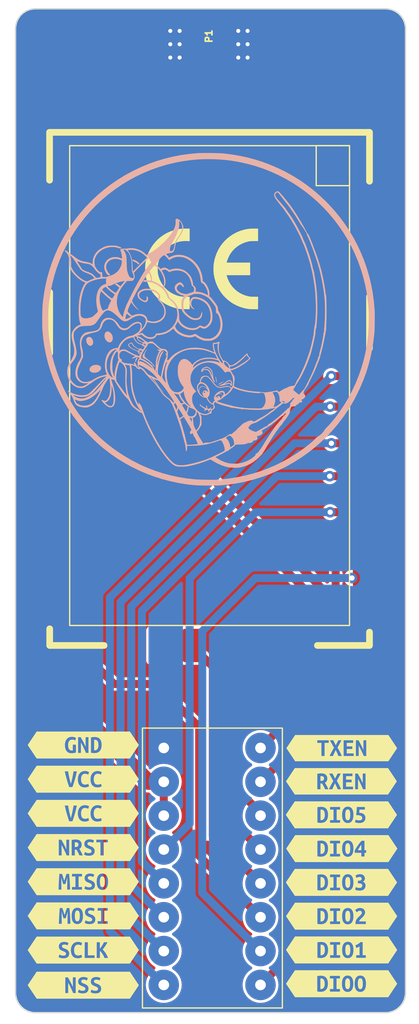
<source format=kicad_pcb>
(kicad_pcb (version 20221018) (generator pcbnew)
  (layers (0 "F.Cu" signal) (31 "B.Cu" signal) (34 "B.Paste" user) (35 "F.Paste" user) (36 "B.SilkS" user "B.Silkscreen") (37 "F.SilkS" user "F.Silkscreen") (38 "B.Mask" user) (39 "F.Mask" user) (44 "Edge.Cuts" user))
  (net 0 "")
  (net 1 "Net-(P1A-RF)")
  (net 2 "Net-(U1-Pad2)")
  (net 3 "NRST")
  (net 4 "SCLK")
  (net 5 "MISO")
  (net 6 "00")
  (net 7 "01")
  (net 8 "02")
  (net 9 "03")
  (net 10 "04")
  (net 11 "05")
  (net 12 "RXEN")
  (net 13 "TXEN")
  (net 15 "MOSI")
  (net 16 "NSS")
  (net 17 "GND")
  (footprint "kibuzzard-645AF6A3" (layer "F.Cu") (at 133.62 112.77)
    (fp_text reference "kibuzzard-645AF6A3" hide)
    (fp_text value "G***" hide)
  )
  (footprint "kibuzzard-645AF6CA" (layer "F.Cu") (at 133.62 120.462855)
    (fp_text reference "kibuzzard-645AF6CA" hide)
    (fp_text value "G***" hide)
  )
  (footprint "kibuzzard-645AF847" (layer "F.Cu") (at 133.62 130.79)
    (fp_text reference "kibuzzard-645AF847" hide)
    (fp_text value "G***" hide)
  )
  (footprint "kibuzzard-645AF6E5" (layer "F.Cu") (at 133.62 128.155714)
    (fp_text reference "kibuzzard-645AF6E5" hide)
    (fp_text value "G***" hide)
  )
  (footprint "kibuzzard-645AF72C" (layer "F.Cu") (at 153.019048 113.003611)
    (fp_text reference "kibuzzard-645AF72C" hide)
    (fp_text value "G***" hide)
  )
  (footprint "LEON:E32-400M30S" (layer "F.Cu") (at 142.6 85.3 90)
    (fp_text reference "U2" hide)
    (fp_text value "E32-400M30S" hide)
    (pad "1" smd roundrect (at 13.04 -11.5 180) (size 2.5 1.5) (property pad_prop_bga) (layers "F.Cu" "F.Mask") (roundrect_rratio 0.1) (net 17 "GND"))
    (pad "2" smd roundrect (at 10.5 -11.5 180) (size 2.5 1.5) (property pad_prop_bga) (layers "F.Cu" "F.Mask") (roundrect_rratio 0.1) (net 17 "GND"))
    (pad "3" smd roundrect (at 7.96 -11.5 180) (size 2.5 1.5) (property pad_prop_bga) (layers "F.Cu" "F.Mask") (roundrect_rratio 0.1) (net 17 "GND"))
    (pad "4" smd roundrect (at 0.39 -11.5 180) (size 2.5 1.5) (property pad_prop_bga) (layers "F.Cu" "F.Mask") (roundrect_rratio 0.1) (net 17 "GND"))
    (pad "5" smd roundrect (at -2.15 -11.5 180) (size 2.5 1.5) (property pad_prop_bga) (layers "F.Cu" "F.Mask") (roundrect_rratio 0.1) (net 17 "GND"))
    (pad "6" smd roundrect (at -4.69 -11.5 180) (size 2.5 1.5) (property pad_prop_bga) (layers "F.Cu" "F.Mask") (roundrect_rratio 0.1) (net 12 "RXEN"))
    (pad "7" smd roundrect (at -7.23 -11.5 180) (size 2.5 1.5) (property pad_prop_bga) (layers "F.Cu" "F.Mask") (roundrect_rratio 0.1) (net 13 "TXEN"))
    (pad "8" smd roundrect (at -9.77 -11.5 180) (size 2.5 1.5) (property pad_prop_bga) (layers "F.Cu" "F.Mask") (roundrect_rratio 0.1) (net 8 "02"))
    (pad "9" smd roundrect (at -12.31 -11.5 180) (size 2.5 1.5) (property pad_prop_bga) (layers "F.Cu" "F.Mask") (roundrect_rratio 0.1) (net 2 "Net-(U1-Pad2)"))
    (pad "10" smd roundrect (at -14.85 -11.5 180) (size 2.5 1.5) (property pad_prop_bga) (layers "F.Cu" "F.Mask") (roundrect_rratio 0.1) (net 2 "Net-(U1-Pad2)"))
    (pad "11" smd roundrect (at -17.39 -11.5 180) (size 2.5 1.5) (property pad_prop_bga) (layers "F.Cu" "F.Mask") (roundrect_rratio 0.1) (net 17 "GND"))
    (pad "12" smd roundrect (at -20 -5.85 270) (size 2.5 1.5) (property pad_prop_bga) (layers "F.Cu" "F.Mask") (roundrect_rratio 0.1) (net 17 "GND"))
    (pad "13" smd roundrect (at -20 -3.31 270) (size 2.5 1.5) (property pad_prop_bga) (layers "F.Cu" "F.Mask") (roundrect_rratio 0.1))
    (pad "14" smd roundrect (at -20 -0.77 270) (size 2.5 1.5) (property pad_prop_bga) (layers "F.Cu" "F.Mask") (roundrect_rratio 0.1) (net 9 "03"))
    (pad "15" smd roundrect (at -20 1.77 270) (size 2.5 1.5) (property pad_prop_bga) (layers "F.Cu" "F.Mask") (roundrect_rratio 0.1) (net 10 "04"))
    (pad "16" smd roundrect (at -20 4.31 270) (size 2.5 1.5) (property pad_prop_bga) (layers "F.Cu" "F.Mask") (roundrect_rratio 0.1) (net 11 "05"))
    (pad "17" smd roundrect (at -20 6.85 270) (size 2.5 1.5) (property pad_prop_bga) (layers "F.Cu" "F.Mask") (roundrect_rratio 0.1) (net 17 "GND"))
    (pad "18" smd roundrect (at -17.39 12.5 180) (size 2.5 1.5) (property pad_prop_bga) (layers "F.Cu" "F.Mask") (roundrect_rratio 0.1) (net 17 "GND"))
    (pad "19" smd roundrect (at -14.85 12.5 180) (size 2.5 1.5) (property pad_prop_bga) (layers "F.Cu" "F.Mask") (roundrect_rratio 0.1) (net 7 "01"))
    (pad "20" smd roundrect (at -12.31 12.5 180) (size 2.5 1.5) (property pad_prop_bga) (layers "F.Cu" "F.Mask") (roundrect_rratio 0.1) (net 6 "00"))
    (pad "21" smd roundrect (at -9.77 12.5 180) (size 2.5 1.5) (property pad_prop_bga) (layers "F.Cu" "F.Mask") (roundrect_rratio 0.1) (net 3 "NRST"))
    (pad "22" smd roundrect (at -7.23 12.5 180) (size 2.5 1.5) (property pad_prop_bga) (layers "F.Cu" "F.Mask") (roundrect_rratio 0.1) (net 5 "MISO"))
    (pad "23" smd roundrect (at -4.69 12.5 180) (size 2.5 1.5) (property pad_prop_bga) (layers "F.Cu" "F.Mask") (roundrect_rratio 0.1) (net 15 "MOSI"))
    (pad "24" smd roundrect (at -2.15 12.5 180) (size 2.5 1.5) (property pad_prop_bga) (layers "F.Cu" "F.Mask") (roundrect_rratio 0.1) (net 4 "SCLK"))
    (pad "25" smd roundrect (at 0.39 12.5 180) (size 2.5 1.5) (property pad_prop_bga) (layers "F.Cu" "F.Mask") (roundrect_rratio 0.1) (net 16 "NSS"))
    (pad "26" smd roundrect (at 7.96 12.5 180) (size 2.5 1.5) (property pad_prop_bga) (layers "F.Cu" "F.Mask") (roundrect_rratio 0.1) (net 17 "GND"))
    (pad "27" smd roundrect (at 10.5 12.5 180) (size 2.5 1.5) (property pad_prop_bga) (layers "F.Cu" "F.Mask") (roundrect_rratio 0.1) (net 1 "Net-(P1A-RF)"))
    (pad "28" smd roundrect (at 13.04 12.5 180) (size 2.5 1.5) (property pad_prop_bga) (layers "F.Cu" "F.Mask") (roundrect_rratio 0.1) (net 17 "GND"))
  )
  (footprint "kibuzzard-645AF6AB" (layer "F.Cu") (at 133.62 115.334285)
    (fp_text reference "kibuzzard-645AF6AB" hide)
    (fp_text value "G***" hide)
  )
  (footprint "kibuzzard-645AF732" (layer "F.Cu") (at 152.993648 115.493159)
    (fp_text reference "kibuzzard-645AF732" hide)
    (fp_text value "G***" hide)
  )
  (footprint "gsg-modules:SMA-EDGE" (layer "F.Cu") (at 143.05 57.59 -90)
    (fp_text reference "P1" (at 1.99898 0 90) (layer "F.SilkS") (effects (font (size 0.50038 0.50038) (thickness 0.12446))))
    (fp_text value "SMA-KIT-1.5MF" hide)
    (pad "1" smd rect (at 2.032 0 270) (size 4.064 1.524) (layers "F.Cu" "F.Mask") (net 1 "Net-(P1A-RF)"))
    (pad "2" thru_hole circle (at 1.6 -2.9 270) (size 0.762 0.762) (drill 0.3048) (layers "*.Cu" "*.Mask") (net 17 "GND"))
    (pad "2" thru_hole circle (at 1.6 -2.2 270) (size 0.762 0.762) (drill 0.3048) (layers "*.Cu" "*.Mask") (net 17 "GND"))
    (pad "2" thru_hole circle (at 1.6 2.2 270) (size 0.762 0.762) (drill 0.3048) (layers "*.Cu" "*.Mask") (net 17 "GND"))
    (pad "2" thru_hole circle (at 1.6 2.9 270) (size 0.762 0.762) (drill 0.3048) (layers "*.Cu" "*.Mask") (net 17 "GND"))
    (pad "2" smd rect (at 2.032 -2.54 270) (size 4.064 1.524) (layers "F.Cu" "F.Mask") (net 17 "GND"))
    (pad "2" smd rect (at 2.032 -2.54 270) (size 4.064 1.524) (layers "B.Cu" "B.Mask") (net 17 "GND"))
    (pad "2" smd rect (at 2.032 2.54 270) (size 4.064 1.524) (layers "F.Cu" "F.Mask") (net 17 "GND"))
    (pad "2" smd rect (at 2.032 2.54 270) (size 4.064 1.524) (layers "B.Cu" "B.Mask") (net 17 "GND"))
    (pad "2" thru_hole circle (at 2.6 -2.9 270) (size 0.762 0.762) (drill 0.3048) (layers "*.Cu" "*.Mask") (net 17 "GND"))
    (pad "2" thru_hole circle (at 2.6 -2.2 270) (size 0.762 0.762) (drill 0.3048) (layers "*.Cu" "*.Mask") (net 17 "GND"))
    (pad "2" thru_hole circle (at 2.6 2.2 270) (size 0.762 0.762) (drill 0.3048) (layers "*.Cu" "*.Mask") (net 17 "GND"))
    (pad "2" thru_hole circle (at 2.6 2.9 270) (size 0.762 0.762) (drill 0.3048) (layers "*.Cu" "*.Mask") (net 17 "GND"))
    (pad "2" thru_hole circle (at 3.6 -2.9 270) (size 0.762 0.762) (drill 0.3048) (layers "*.Cu" "*.Mask") (net 17 "GND"))
    (pad "2" thru_hole circle (at 3.6 -2.2 270) (size 0.762 0.762) (drill 0.3048) (layers "*.Cu" "*.Mask") (net 17 "GND"))
    (pad "2" thru_hole circle (at 3.6 2.2 270) (size 0.762 0.762) (drill 0.3048) (layers "*.Cu" "*.Mask") (net 17 "GND"))
    (pad "2" thru_hole circle (at 3.6 2.9 270) (size 0.762 0.762) (drill 0.3048) (layers "*.Cu" "*.Mask") (net 17 "GND"))
  )
  (footprint "kibuzzard-645AF6DE" (layer "F.Cu") (at 133.62 125.591425)
    (fp_text reference "kibuzzard-645AF6DE" hide)
    (fp_text value "G***" hide)
  )
  (footprint "kibuzzard-645AF73E" (layer "F.Cu") (at 153.02 120.542739)
    (fp_text reference "kibuzzard-645AF73E" hide)
    (fp_text value "G***" hide)
  )
  (footprint "kibuzzard-645AF835" (layer "F.Cu") (at 153.007618 130.68)
    (fp_text reference "kibuzzard-645AF835" hide)
    (fp_text value "G***" hide)
  )
  (footprint "Symbol:CE-Logo_8.5x6mm_SilkScreen" (layer "F.Cu") (at 142.5 77.04)
    (fp_text reference "REF**" hide)
    (fp_text value "CE-Logo_8.5x6mm_SilkScreen" hide)
  )
  (footprint "kibuzzard-645AF745" (layer "F.Cu") (at 152.99714 123.077054)
    (fp_text reference "kibuzzard-645AF745" hide)
    (fp_text value "G***" hide)
  )
  (footprint "kibuzzard-645AF6BF" (layer "F.Cu") (at 133.62 117.89857)
    (fp_text reference "kibuzzard-645AF6BF" hide)
    (fp_text value "G***" hide)
  )
  (footprint "kibuzzard-645AF6D8" (layer "F.Cu") (at 133.62 123.02714)
    (fp_text reference "kibuzzard-645AF6D8" hide)
    (fp_text value "G***" hide)
  )
  (footprint "LEON:82" (layer "F.Cu") (at 143.66 122.93)
    (fp_text reference "U1" hide)
    (fp_text value "~" hide)
    (pad "1" thru_hole circle (at -4 -9.94) (size 2.286 2.286) (drill 0.8) (layers "*.Cu" "*.Mask") (net 17 "GND"))
    (pad "2" thru_hole circle (at -4 -7.4) (size 2.286 2.286) (drill 0.8) (layers "*.Cu" "*.Mask") (net 2 "Net-(U1-Pad2)"))
    (pad "3" thru_hole circle (at -4 -4.86) (size 2.286 2.286) (drill 0.8) (layers "*.Cu" "*.Mask") (net 2 "Net-(U1-Pad2)"))
    (pad "4" thru_hole circle (at -4 -2.32) (size 2.286 2.286) (drill 0.8) (layers "*.Cu" "*.Mask") (net 3 "NRST"))
    (pad "5" thru_hole circle (at -4 0.22) (size 2.286 2.286) (drill 0.8) (layers "*.Cu" "*.Mask") (net 5 "MISO"))
    (pad "6" thru_hole circle (at -4 2.76) (size 2.286 2.286) (drill 0.8) (layers "*.Cu" "*.Mask") (net 15 "MOSI"))
    (pad "7" thru_hole circle (at -4 5.3) (size 2.286 2.286) (drill 0.8) (layers "*.Cu" "*.Mask") (net 4 "SCLK"))
    (pad "8" thru_hole circle (at -4 7.84) (size 2.286 2.286) (drill 0.8) (layers "*.Cu" "*.Mask") (net 16 "NSS"))
    (pad "9" thru_hole circle (at 3.26 7.84) (size 2.286 2.286) (drill 0.8) (layers "*.Cu" "*.Mask") (net 6 "00"))
    (pad "10" thru_hole circle (at 3.26 5.3) (size 2.286 2.286) (drill 0.8) (layers "*.Cu" "*.Mask") (net 7 "01"))
    (pad "11" thru_hole circle (at 3.26 2.76) (size 2.286 2.286) (drill 0.8) (layers "*.Cu" "*.Mask") (net 8 "02"))
    (pad "12" thru_hole circle (at 3.26 0.22) (size 2.286 2.286) (drill 0.8) (layers "*.Cu" "*.Mask") (net 9 "03"))
    (pad "13" thru_hole circle (at 3.26 -2.32) (size 2.286 2.286) (drill 0.8) (layers "*.Cu" "*.Mask") (net 10 "04"))
    (pad "14" thru_hole circle (at 3.26 -4.86) (size 2.286 2.286) (drill 0.8) (layers "*.Cu" "*.Mask") (net 11 "05"))
    (pad "15" thru_hole circle (at 3.26 -7.4) (size 2.286 2.286) (drill 0.8) (layers "*.Cu" "*.Mask") (net 12 "RXEN"))
    (pad "16" thru_hole circle (at 3.26 -9.94) (size 2.286 2.286) (drill 0.8) (layers "*.Cu" "*.Mask") (net 13 "TXEN"))
  )
  (footprint "kibuzzard-645AF74B" (layer "F.Cu") (at 153.007618 125.611369)
    (fp_text reference "kibuzzard-645AF74B" hide)
    (fp_text value "G***" hide)
  )
  (footprint "kibuzzard-645AF738" (layer "F.Cu") (at 152.99333 118.008424)
    (fp_text reference "kibuzzard-645AF738" hide)
    (fp_text value "G***" hide)
  )
  (footprint "kibuzzard-645AF751" (layer "F.Cu") (at 153.007618 128.145684)
    (fp_text reference "kibuzzard-645AF751" hide)
    (fp_text value "G***" hide)
  )
  (footprint "Symbol:OSHW-Logo2_7.3x6mm_Copper" (layer "F.Cu") (at 143.11 86.69)
    (fp_text reference "REF**" hide)
    (fp_text value "OSHW-Logo2_7.3x6mm_Copper" hide)
    (fp_poly (pts (xy 2.6526 1.958752) (xy 2.669948 1.966334) (xy 2.711356 1.999128) (xy 2.746765 2.046547) (xy 2.768664 2.097151) (xy 2.772229 2.122098) (xy 2.760279 2.156927) (xy 2.734067 2.175357) (xy 2.705964 2.186516) (xy 2.693095 2.188572) (xy 2.686829 2.173649) (xy 2.674456 2.141175) (xy 2.669028 2.126502) (xy 2.63859 2.075744) (xy 2.59452 2.050427) (xy 2.53801 2.051206) (xy 2.533825 2.052203) (xy 2.503655 2.066507) (xy 2.481476 2.094393) (xy 2.466327 2.139287) (xy 2.45725 2.204615) (xy 2.453286 2.293804) (xy 2.452914 2.341261) (xy 2.45273 2.416071) (xy 2.451522 2.467069) (xy 2.448309 2.499471) (xy 2.442109 2.518495) (xy 2.43194 2.529356) (xy 2.416819 2.537272) (xy 2.415946 2.53767) (xy 2.386828 2.549981) (xy 2.372403 2.554514) (xy 2.370186 2.540809) (xy 2.368289 2.502925) (xy 2.366847 2.445715) (xy 2.365998 2.374027) (xy 2.365829 2.321565) (xy 2.366692 2.220047) (xy 2.37007 2.143032) (xy 2.377142 2.086023) (xy 2.389088 2.044526) (xy 2.40709 2.014043) (xy 2.432327 1.99008) (xy 2.457247 1.973355) (xy 2.517171 1.951097) (xy 2.586911 1.946076) (xy 2.6526 1.958752)) (stroke (width 0.01)) (fill solid) (layer "F.Cu"))
    (fp_poly (pts (xy -1.283907 1.92778) (xy -1.237328 1.954723) (xy -1.204943 1.981466) (xy -1.181258 2.009484) (xy -1.164941 2.043748) (xy -1.154661 2.089227) (xy -1.149086 2.150892) (xy -1.146884 2.233711) (xy -1.146629 2.293246) (xy -1.146629 2.512391) (xy -1.208314 2.540044) (xy -1.27 2.567697) (xy -1.277257 2.32767) (xy -1.280256 2.238028) (xy -1.283402 2.172962) (xy -1.287299 2.128026) (xy -1.292553 2.09877) (xy -1.299769 2.080748) (xy -1.30955 2.069511) (xy -1.312688 2.067079) (xy -1.360239 2.048083) (xy -1.408303 2.0556) (xy -1.436914 2.075543) (xy -1.448553 2.089675) (xy -1.456609 2.10822) (xy -1.461729 2.136334) (xy -1.464559 2.179173) (xy -1.465744 2.241895) (xy -1.465943 2.307261) (xy -1.465982 2.389268) (xy -1.467386 2.447316) (xy -1.472086 2.486465) (xy -1.482013 2.51178) (xy -1.499097 2.528323) (xy -1.525268 2.541156) (xy -1.560225 2.554491) (xy -1.598404 2.569007) (xy -1.593859 2.311389) (xy -1.592029 2.218519) (xy -1.589888 2.149889) (xy -1.586819 2.100711) (xy -1.582206 2.066198) (xy -1.575432 2.041562) (xy -1.565881 2.022016) (xy -1.554366 2.00477) (xy -1.49881 1.94968) (xy -1.43102 1.917822) (xy -1.357287 1.910191) (xy -1.283907 1.92778)) (stroke (width 0.01)) (fill solid) (layer "F.Cu"))
    (fp_poly (pts (xy 0.529926 1.949755) (xy 0.595858 1.974084) (xy 0.649273 2.017117) (xy 0.670164 2.047409) (xy 0.692939 2.102994) (xy 0.692466 2.143186) (xy 0.668562 2.170217) (xy 0.659717 2.174813) (xy 0.62153 2.189144) (xy 0.602028 2.185472) (xy 0.595422 2.161407) (xy 0.595086 2.148114) (xy 0.582992 2.09921) (xy 0.551471 2.064999) (xy 0.507659 2.048476) (xy 0.458695 2.052634) (xy 0.418894 2.074227) (xy 0.40545 2.086544) (xy 0.395921 2.101487) (xy 0.389485 2.124075) (xy 0.385317 2.159328) (xy 0.382597 2.212266) (xy 0.380502 2.287907) (xy 0.37996 2.311857) (xy 0.377981 2.39379) (xy 0.375731 2.451455) (xy 0.372357 2.489608) (xy 0.367006 2.513004) (xy 0.358824 2.526398) (xy 0.346959 2.534545) (xy 0.339362 2.538144) (xy 0.307102 2.550452) (xy 0.288111 2.554514) (xy 0.281836 2.540948) (xy 0.278006 2.499934) (xy 0.2766 2.430999) (xy 0.277598 2.333669) (xy 0.277908 2.318657) (xy 0.280101 2.229859) (xy 0.282693 2.165019) (xy 0.286382 2.119067) (xy 0.291864 2.086935) (xy 0.299835 2.063553) (xy 0.310993 2.043852) (xy 0.31683 2.03541) (xy 0.350296 1.998057) (xy 0.387727 1.969003) (xy 0.392309 1.966467) (xy 0.459426 1.946443) (xy 0.529926 1.949755)) (stroke (width 0.01)) (fill solid) (layer "F.Cu"))
    (fp_poly (pts (xy -0.624114 1.851289) (xy -0.619861 1.910613) (xy -0.614975 1.945572) (xy -0.608205 1.96082) (xy -0.598298 1.961015) (xy -0.595086 1.959195) (xy -0.552356 1.946015) (xy -0.496773 1.946785) (xy -0.440263 1.960333) (xy -0.404918 1.977861) (xy -0.368679 2.005861) (xy -0.342187 2.037549) (xy -0.324001 2.077813) (xy -0.312678 2.131543) (xy -0.306778 2.203626) (xy -0.304857 2.298951) (xy -0.304823 2.317237) (xy -0.3048 2.522646) (xy -0.350509 2.53858) (xy -0.382973 2.54942) (xy -0.400785 2.554468) (xy -0.401309 2.554514) (xy -0.403063 2.540828) (xy -0.404556 2.503076) (xy -0.405674 2.446224) (xy -0.406303 2.375234) (xy -0.4064 2.332073) (xy -0.406602 2.246973) (xy -0.407642 2.185981) (xy -0.410169 2.144177) (xy -0.414836 2.116642) (xy -0.422293 2.098456) (xy -0.433189 2.084698) (xy -0.439993 2.078073) (xy -0.486728 2.051375) (xy -0.537728 2.049375) (xy -0.583999 2.071955) (xy -0.592556 2.080107) (xy -0.605107 2.095436) (xy -0.613812 2.113618) (xy -0.619369 2.139909) (xy -0.622474 2.179562) (xy -0.623824 2.237832) (xy -0.624114 2.318173) (xy -0.624114 2.522646) (xy -0.669823 2.53858) (xy -0.702287 2.54942) (xy -0.720099 2.554468) (xy -0.720623 2.554514) (xy -0.721963 2.540623) (xy -0.723172 2.501439) (xy -0.724199 2.4407) (xy -0.724998 2.362141) (xy -0.725519 2.269498) (xy -0.725714 2.166509) (xy -0.725714 1.769342) (xy -0.678543 1.749444) (xy -0.631371 1.729547) (xy -0.624114 1.851289)) (stroke (width 0.01)) (fill solid) (layer "F.Cu"))
    (fp_poly (pts (xy 1.779833 1.958663) (xy 1.782048 1.99685) (xy 1.783784 2.054886) (xy 1.784899 2.12818) (xy 1.785257 2.205055) (xy 1.785257 2.465196) (xy 1.739326 2.511127) (xy 1.707675 2.539429) (xy 1.67989 2.550893) (xy 1.641915 2.550168) (xy 1.62684 2.548321) (xy 1.579726 2.542948) (xy 1.540756 2.539869) (xy 1.531257 2.539585) (xy 1.499233 2.541445) (xy 1.453432 2.546114) (xy 1.435674 2.548321) (xy 1.392057 2.551735) (xy 1.362745 2.54432) (xy 1.33368 2.521427) (xy 1.323188 2.511127) (xy 1.277257 2.465196) (xy 1.277257 1.978602) (xy 1.314226 1.961758) (xy 1.346059 1.949282) (xy 1.364683 1.944914) (xy 1.369458 1.958718) (xy 1.373921 1.997286) (xy 1.377775 2.056356) (xy 1.380722 2.131663) (xy 1.382143 2.195286) (xy 1.386114 2.445657) (xy 1.420759 2.450556) (xy 1.452268 2.447131) (xy 1.467708 2.436041) (xy 1.472023 2.415308) (xy 1.475708 2.371145) (xy 1.478469 2.309146) (xy 1.480012 2.234909) (xy 1.480235 2.196706) (xy 1.480457 1.976783) (xy 1.526166 1.960849) (xy 1.558518 1.950015) (xy 1.576115 1.944962) (xy 1.576623 1.944914) (xy 1.578388 1.958648) (xy 1.580329 1.99673) (xy 1.582282 2.054482) (xy 1.584084 2.127227) (xy 1.585343 2.195286) (xy 1.589314 2.445657) (xy 1.6764 2.445657) (xy 1.680396 2.21724) (xy 1.684392 1.988822) (xy 1.726847 1.966868) (xy 1.758192 1.951793) (xy 1.776744 1.944951) (xy 1.777279 1.944914) (xy 1.779833 1.958663)) (stroke (width 0.01)) (fill solid) (layer "F.Cu"))
    (fp_poly (pts (xy -2.958885 1.921962) (xy -2.890855 1.957733) (xy -2.840649 2.015301) (xy -2.822815 2.052312) (xy -2.808937 2.107882) (xy -2.801833 2.178096) (xy -2.80116 2.254727) (xy -2.806573 2.329552) (xy -2.81773 2.394342) (xy -2.834286 2.440873) (xy -2.839374 2.448887) (xy -2.899645 2.508707) (xy -2.971231 2.544535) (xy -3.048908 2.55502) (xy -3.127452 2.53881) (xy -3.149311 2.529092) (xy -3.191878 2.499143) (xy -3.229237 2.459433) (xy -3.232768 2.454397) (xy -3.247119 2.430124) (xy -3.256606 2.404178) (xy -3.26221 2.370022) (xy -3.264914 2.321119) (xy -3.265701 2.250935) (xy -3.265714 2.2352) (xy -3.265678 2.230192) (xy -3.120571 2.230192) (xy -3.119727 2.29643) (xy -3.116404 2.340386) (xy -3.109417 2.368779) (xy -3.097584 2.388325) (xy -3.091543 2.394857) (xy -3.056814 2.41968) (xy -3.023097 2.418548) (xy -2.989005 2.397016) (xy -2.968671 2.374029) (xy -2.956629 2.340478) (xy -2.949866 2.287569) (xy -2.949402 2.281399) (xy -2.948248 2.185513) (xy -2.960312 2.114299) (xy -2.98543 2.068194) (xy -3.02344 2.047635) (xy -3.037008 2.046514) (xy -3.072636 2.052152) (xy -3.097006 2.071686) (xy -3.111907 2.109042) (xy -3.119125 2.16815) (xy -3.120571 2.230192) (xy -3.265678 2.230192) (xy -3.265174 2.160413) (xy -3.262904 2.108159) (xy -3.257932 2.071949) (xy -3.249287 2.045299) (xy -3.235995 2.021722) (xy -3.233057 2.017338) (xy -3.183687 1.958249) (xy -3.129891 1.923947) (xy -3.064398 1.910331) (xy -3.042158 1.909665) (xy -2.958885 1.921962)) (stroke (width 0.01)) (fill solid) (layer "F.Cu"))
    (fp_poly (pts (xy 3.153595 1.966966) (xy 3.211021 2.004497) (xy 3.238719 2.038096) (xy 3.260662 2.099064) (xy 3.262405 2.147308) (xy 3.258457 2.211816) (xy 3.109686 2.276934) (xy 3.037349 2.310202) (xy 2.990084 2.336964) (xy 2.965507 2.360144) (xy 2.961237 2.382667) (xy 2.974889 2.407455) (xy 2.989943 2.423886) (xy 3.033746 2.450235) (xy 3.081389 2.452081) (xy 3.125145 2.431546) (xy 3.157289 2.390752) (xy 3.163038 2.376347) (xy 3.190576 2.331356) (xy 3.222258 2.312182) (xy 3.265714 2.295779) (xy 3.265714 2.357966) (xy 3.261872 2.400283) (xy 3.246823 2.435969) (xy 3.21528 2.476943) (xy 3.210592 2.482267) (xy 3.175506 2.51872) (xy 3.145347 2.538283) (xy 3.107615 2.547283) (xy 3.076335 2.55023) (xy 3.020385 2.550965) (xy 2.980555 2.54166) (xy 2.955708 2.527846) (xy 2.916656 2.497467) (xy 2.889625 2.464613) (xy 2.872517 2.423294) (xy 2.863238 2.367521) (xy 2.859693 2.291305) (xy 2.85941 2.252622) (xy 2.860372 2.206247) (xy 2.948007 2.206247) (xy 2.949023 2.231126) (xy 2.951556 2.2352) (xy 2.968274 2.229665) (xy 3.004249 2.215017) (xy 3.052331 2.19419) (xy 3.062386 2.189714) (xy 3.123152 2.158814) (xy 3.156632 2.131657) (xy 3.16399 2.10622) (xy 3.146391 2.080481) (xy 3.131856 2.069109) (xy 3.07941 2.046364) (xy 3.030322 2.050122) (xy 2.989227 2.077884) (xy 2.960758 2.127152) (xy 2.951631 2.166257) (xy 2.948007 2.206247) (xy 2.860372 2.206247) (xy 2.861285 2.162249) (xy 2.868196 2.095384) (xy 2.881884 2.046695) (xy 2.904096 2.010849) (xy 2.936574 1.982513) (xy 2.950733 1.973355) (xy 3.015053 1.949507) (xy 3.085473 1.948006) (xy 3.153595 1.966966)) (stroke (width 0.01)) (fill solid) (layer "F.Cu"))
    (fp_poly (pts (xy 1.190117 2.065358) (xy 1.189933 2.173837) (xy 1.189219 2.257287) (xy 1.187675 2.319704) (xy 1.185001 2.365085) (xy 1.180894 2.397429) (xy 1.175055 2.420733) (xy 1.167182 2.438995) (xy 1.161221 2.449418) (xy 1.111855 2.505945) (xy 1.049264 2.541377) (xy 0.980013 2.55409) (xy 0.910668 2.542463) (xy 0.869375 2.521568) (xy 0.826025 2.485422) (xy 0.796481 2.441276) (xy 0.778655 2.383462) (xy 0.770463 2.306313) (xy 0.769302 2.249714) (xy 0.769458 2.245647) (xy 0.870857 2.245647) (xy 0.871476 2.31055) (xy 0.874314 2.353514) (xy 0.88084 2.381622) (xy 0.892523 2.401953) (xy 0.906483 2.417288) (xy 0.953365 2.44689) (xy 1.003701 2.449419) (xy 1.051276 2.424705) (xy 1.054979 2.421356) (xy 1.070783 2.403935) (xy 1.080693 2.383209) (xy 1.086058 2.352362) (xy 1.088228 2.304577) (xy 1.088571 2.251748) (xy 1.087827 2.185381) (xy 1.084748 2.141106) (xy 1.078061 2.112009) (xy 1.066496 2.091173) (xy 1.057013 2.080107) (xy 1.01296 2.052198) (xy 0.962224 2.048843) (xy 0.913796 2.070159) (xy 0.90445 2.078073) (xy 0.88854 2.095647) (xy 0.87861 2.116587) (xy 0.873278 2.147782) (xy 0.871163 2.196122) (xy 0.870857 2.245647) (xy 0.769458 2.245647) (xy 0.77281 2.158568) (xy 0.784726 2.090086) (xy 0.807135 2.0386) (xy 0.842124 1.998443) (xy 0.869375 1.977861) (xy 0.918907 1.955625) (xy 0.976316 1.945304) (xy 1.029682 1.948067) (xy 1.059543 1.959212) (xy 1.071261 1.962383) (xy 1.079037 1.950557) (xy 1.084465 1.918866) (xy 1.088571 1.870593) (xy 1.093067 1.816829) (xy 1.099313 1.784482) (xy 1.110676 1.765985) (xy 1.130528 1.75377) (xy 1.143 1.748362) (xy 1.190171 1.728601) (xy 1.190117 2.065358)) (stroke (width 0.01)) (fill solid) (layer "F.Cu"))
    (fp_poly (pts (xy -1.831697 1.931239) (xy -1.774473 1.969735) (xy -1.730251 2.025335) (xy -1.703833 2.096086) (xy -1.69849 2.148162) (xy -1.699097 2.169893) (xy -1.704178 2.186531) (xy -1.718145 2.201437) (xy -1.745411 2.217973) (xy -1.790388 2.239498) (xy -1.857489 2.269374) (xy -1.857829 2.269524) (xy -1.919593 2.297813) (xy -1.970241 2.322933) (xy -2.004596 2.342179) (xy -2.017482 2.352848) (xy -2.017486 2.352934) (xy -2.006128 2.376166) (xy -1.979569 2.401774) (xy -1.949077 2.420221) (xy -1.93363 2.423886) (xy -1.891485 2.411212) (xy -1.855192 2.379471) (xy -1.837483 2.344572) (xy -1.820448 2.318845) (xy -1.787078 2.289546) (xy -1.747851 2.264235) (xy -1.713244 2.250471) (xy -1.706007 2.249714) (xy -1.697861 2.26216) (xy -1.69737 2.293972) (xy -1.703357 2.336866) (xy -1.714643 2.382558) (xy -1.73005 2.422761) (xy -1.730829 2.424322) (xy -1.777196 2.489062) (xy -1.837289 2.533097) (xy -1.905535 2.554711) (xy -1.976362 2.552185) (xy -2.044196 2.523804) (xy -2.047212 2.521808) (xy -2.100573 2.473448) (xy -2.13566 2.410352) (xy -2.155078 2.327387) (xy -2.157684 2.304078) (xy -2.162299 2.194055) (xy -2.156767 2.142748) (xy -2.017486 2.142748) (xy -2.015676 2.174753) (xy -2.005778 2.184093) (xy -1.981102 2.177105) (xy -1.942205 2.160587) (xy -1.898725 2.139881) (xy -1.897644 2.139333) (xy -1.860791 2.119949) (xy -1.846 2.107013) (xy -1.849647 2.093451) (xy -1.865005 2.075632) (xy -1.904077 2.049845) (xy -1.946154 2.04795) (xy -1.983897 2.066717) (xy -2.009966 2.102915) (xy -2.017486 2.142748) (xy -2.156767 2.142748) (xy -2.152806 2.106027) (xy -2.12845 2.036212) (xy -2.094544 1.987302) (xy -2.033347 1.937878) (xy -1.965937 1.913359) (xy -1.89712 1.911797) (xy -1.831697 1.931239)) (stroke (width 0.01)) (fill solid) (layer "F.Cu"))
    (fp_poly (pts (xy 0.039744 1.950968) (xy 0.096616 1.972087) (xy 0.097267 1.972493) (xy 0.13244 1.99838) (xy 0.158407 2.028633) (xy 0.17667 2.068058) (xy 0.188732 2.121462) (xy 0.196096 2.193651) (xy 0.200264 2.289432) (xy 0.200629 2.303078) (xy 0.205876 2.508842) (xy 0.161716 2.531678) (xy 0.129763 2.54711) (xy 0.11047 2.554423) (xy 0.109578 2.554514) (xy 0.106239 2.541022) (xy 0.103587 2.504626) (xy 0.101956 2.451452) (xy 0.1016 2.408393) (xy 0.101592 2.338641) (xy 0.098403 2.294837) (xy 0.087288 2.273944) (xy 0.063501 2.272925) (xy 0.022296 2.288741) (xy -0.039914 2.317815) (xy -0.085659 2.341963) (xy -0.109187 2.362913) (xy -0.116104 2.385747) (xy -0.116114 2.386877) (xy -0.104701 2.426212) (xy -0.070908 2.447462) (xy -0.019191 2.450539) (xy 0.018061 2.450006) (xy 0.037703 2.460735) (xy 0.049952 2.486505) (xy 0.057002 2.519337) (xy 0.046842 2.537966) (xy 0.043017 2.540632) (xy 0.007001 2.55134) (xy -0.043434 2.552856) (xy -0.095374 2.545759) (xy -0.132178 2.532788) (xy -0.183062 2.489585) (xy -0.211986 2.429446) (xy -0.217714 2.382462) (xy -0.213343 2.340082) (xy -0.197525 2.305488) (xy -0.166203 2.274763) (xy -0.115322 2.24399) (xy -0.040824 2.209252) (xy -0.036286 2.207288) (xy 0.030821 2.176287) (xy 0.072232 2.150862) (xy 0.089981 2.128014) (xy 0.086107 2.104745) (xy 0.062643 2.078056) (xy 0.055627 2.071914) (xy 0.00863 2.0481) (xy -0.040067 2.049103) (xy -0.082478 2.072451) (xy -0.110616 2.115675) (xy -0.113231 2.12416) (xy -0.138692 2.165308) (xy -0.170999 2.185128) (xy -0.217714 2.20477) (xy -0.217714 2.15395) (xy -0.203504 2.080082) (xy -0.161325 2.012327) (xy -0.139376 1.989661) (xy -0.089483 1.960569) (xy -0.026033 1.9474) (xy 0.039744 1.950968)) (stroke (width 0.01)) (fill solid) (layer "F.Cu"))
    (fp_poly (pts (xy -2.400256 1.919918) (xy -2.344799 1.947568) (xy -2.295852 1.99848) (xy -2.282371 2.017338) (xy -2.267686 2.042015) (xy -2.258158 2.068816) (xy -2.252707 2.104587) (xy -2.250253 2.156169) (xy -2.249714 2.224267) (xy -2.252148 2.317588) (xy -2.260606 2.387657) (xy -2.276826 2.439931) (xy -2.302546 2.479869) (xy -2.339503 2.512929) (xy -2.342218 2.514886) (xy -2.37864 2.534908) (xy -2.422498 2.544815) (xy -2.478276 2.547257) (xy -2.568952 2.547257) (xy -2.56899 2.635283) (xy -2.569834 2.684308) (xy -2.574976 2.713065) (xy -2.588413 2.730311) (xy -2.614142 2.744808) (xy -2.620321 2.747769) (xy -2.649236 2.761648) (xy -2.671624 2.770414) (xy -2.688271 2.771171) (xy -2.699964 2.761023) (xy -2.70749 2.737073) (xy -2.711634 2.696426) (xy -2.713185 2.636186) (xy -2.712929 2.553455) (xy -2.711651 2.445339) (xy -2.711252 2.413) (xy -2.709815 2.301524) (xy -2.708528 2.228603) (xy -2.569029 2.228603) (xy -2.568245 2.290499) (xy -2.56476 2.330997) (xy -2.556876 2.357708) (xy -2.542895 2.378244) (xy -2.533403 2.38826) (xy -2.494596 2.417567) (xy -2.460237 2.419952) (xy -2.424784 2.39575) (xy -2.423886 2.394857) (xy -2.409461 2.376153) (xy -2.400687 2.350732) (xy -2.396261 2.311584) (xy -2.394882 2.251697) (xy -2.394857 2.23843) (xy -2.398188 2.155901) (xy -2.409031 2.098691) (xy -2.42866 2.063766) (xy -2.45835 2.048094) (xy -2.475509 2.046514) (xy -2.516234 2.053926) (xy -2.544168 2.07833) (xy -2.560983 2.12298) (xy -2.56835 2.19113) (xy -2.569029 2.228603) (xy -2.708528 2.228603) (xy -2.708292 2.215245) (xy -2.706323 2.150333) (xy -2.70355 2.102958) (xy -2.699612 2.06929) (xy -2.694151 2.045498) (xy -2.686808 2.027753) (xy -2.677223 2.012224) (xy -2.673113 2.006381) (xy -2.618595 1.951185) (xy -2.549664 1.91989) (xy -2.469928 1.911165) (xy -2.400256 1.919918)) (stroke (width 0.01)) (fill solid) (layer "F.Cu"))
    (fp_poly (pts (xy 2.144876 1.956335) (xy 2.186667 1.975344) (xy 2.219469 1.998378) (xy 2.243503 2.024133) (xy 2.260097 2.057358) (xy 2.270577 2.1028) (xy 2.276271 2.165207) (xy 2.278507 2.249327) (xy 2.278743 2.304721) (xy 2.278743 2.520826) (xy 2.241774 2.53767) (xy 2.212656 2.549981) (xy 2.198231 2.554514) (xy 2.195472 2.541025) (xy 2.193282 2.504653) (xy 2.191942 2.451542) (xy 2.191657 2.409372) (xy 2.190434 2.348447) (xy 2.187136 2.300115) (xy 2.182321 2.270518) (xy 2.178496 2.264229) (xy 2.152783 2.270652) (xy 2.112418 2.287125) (xy 2.065679 2.309458) (xy 2.020845 2.333457) (xy 1.986193 2.35493) (xy 1.970002 2.369685) (xy 1.969938 2.369845) (xy 1.97133 2.397152) (xy 1.983818 2.423219) (xy 2.005743 2.444392) (xy 2.037743 2.451474) (xy 2.065092 2.450649) (xy 2.103826 2.450042) (xy 2.124158 2.459116) (xy 2.136369 2.483092) (xy 2.137909 2.487613) (xy 2.143203 2.521806) (xy 2.129047 2.542568) (xy 2.092148 2.552462) (xy 2.052289 2.554292) (xy 1.980562 2.540727) (xy 1.943432 2.521355) (xy 1.897576 2.475845) (xy 1.873256 2.419983) (xy 1.871073 2.360957) (xy 1.891629 2.305953) (xy 1.922549 2.271486) (xy 1.95342 2.252189) (xy 2.001942 2.227759) (xy 2.058485 2.202985) (xy 2.06791 2.199199) (xy 2.130019 2.171791) (xy 2.165822 2.147634) (xy 2.177337 2.123619) (xy 2.16658 2.096635) (xy 2.148114 2.075543) (xy 2.104469 2.049572) (xy 2.056446 2.047624) (xy 2.012406 2.067637) (xy 1.980709 2.107551) (xy 1.976549 2.117848) (xy 1.952327 2.155724) (xy 1.916965 2.183842) (xy 1.872343 2.206917) (xy 1.872343 2.141485) (xy 1.874969 2.101506) (xy 1.88623 2.069997) (xy 1.911199 2.036378) (xy 1.935169 2.010484) (xy 1.972441 1.973817) (xy 2.001401 1.954121) (xy 2.032505 1.94622) (xy 2.067713 1.944914) (xy 2.144876 1.956335)) (stroke (width 0.01)) (fill solid) (layer "F.Cu"))
    (fp_poly (pts (xy 0.10391 -2.757652) (xy 0.182454 -2.757222) (xy 0.239298 -2.756058) (xy 0.278105 -2.753793) (xy 0.302538 -2.75006) (xy 0.316262 -2.744494) (xy 0.32294 -2.736727) (xy 0.326236 -2.726395) (xy 0.326556 -2.725057) (xy 0.331562 -2.700921) (xy 0.340829 -2.653299) (xy 0.353392 -2.587259) (xy 0.368287 -2.507872) (xy 0.384551 -2.420204) (xy 0.385119 -2.417125) (xy 0.40141 -2.331211) (xy 0.416652 -2.255304) (xy 0.429861 -2.193955) (xy 0.440054 -2.151718) (xy 0.446248 -2.133145) (xy 0.446543 -2.132816) (xy 0.464788 -2.123747) (xy 0.502405 -2.108633) (xy 0.551271 -2.090738) (xy 0.551543 -2.090642) (xy 0.613093 -2.067507) (xy 0.685657 -2.038035) (xy 0.754057 -2.008403) (xy 0.757294 -2.006938) (xy 0.868702 -1.956374) (xy 1.115399 -2.12484) (xy 1.191077 -2.176197) (xy 1.259631 -2.222111) (xy 1.317088 -2.25997) (xy 1.359476 -2.287163) (xy 1.382825 -2.301079) (xy 1.385042 -2.302111) (xy 1.40201 -2.297516) (xy 1.433701 -2.275345) (xy 1.481352 -2.234553) (xy 1.546198 -2.174095) (xy 1.612397 -2.109773) (xy 1.676214 -2.046388) (xy 1.733329 -1.988549) (xy 1.780305 -1.939825) (xy 1.813703 -1.90379) (xy 1.830085 -1.884016) (xy 1.830694 -1.882998) (xy 1.832505 -1.869428) (xy 1.825683 -1.847267) (xy 1.80854 -1.813522) (xy 1.779393 -1.7652) (xy 1.736555 -1.699308) (xy 1.679448 -1.614483) (xy 1.628766 -1.539823) (xy 1.583461 -1.47286) (xy 1.54615 -1.417484) (xy 1.519452 -1.37758) (xy 1.505985 -1.357038) (xy 1.505137 -1.355644) (xy 1.506781 -1.335962) (xy 1.519245 -1.297707) (xy 1.540048 -1.248111) (xy 1.547462 -1.232272) (xy 1.579814 -1.16171) (xy 1.614328 -1.081647) (xy 1.642365 -1.012371) (xy 1.662568 -0.960955) (xy 1.678615 -0.921881) (xy 1.687888 -0.901459) (xy 1.689041 -0.899886) (xy 1.706096 -0.897279) (xy 1.746298 -0.890137) (xy 1.804302 -0.879477) (xy 1.874763 -0.866315) (xy 1.952335 -0.851667) (xy 2.031672 -0.836551) (xy 2.107431 -0.821982) (xy 2.174264 -0.808978) (xy 2.226828 -0.798555) (xy 2.259776 -0.79173) (xy 2.267857 -0.789801) (xy 2.276205 -0.785038) (xy 2.282506 -0.774282) (xy 2.287045 -0.753902) (xy 2.290104 -0.720266) (xy 2.291967 -0.669745) (xy 2.292918 -0.598708) (xy 2.29324 -0.503524) (xy 2.293257 -0.464508) (xy 2.293257 -0.147201) (xy 2.217057 -0.132161) (xy 2.174663 -0.124005) (xy 2.1114 -0.112101) (xy 2.034962 -0.097884) (xy 1.953043 -0.08279) (xy 1.9304 -0.078645) (xy 1.854806 -0.063947) (xy 1.788953 -0.049495) (xy 1.738366 -0.036625) (xy 1.708574 -0.026678) (xy 1.703612 -0.023713) (xy 1.691426 -0.002717) (xy 1.673953 0.037967) (xy 1.654577 0.090322) (xy 1.650734 0.1016) (xy 1.625339 0.171523) (xy 1.593817 0.250418) (xy 1.562969 0.321266) (xy 1.562817 0.321595) (xy 1.511447 0.432733) (xy 1.680399 0.681253) (xy 1.849352 0.929772) (xy 1.632429 1.147058) (xy 1.566819 1.211726) (xy 1.506979 1.268733) (xy 1.456267 1.315033) (xy 1.418046 1.347584) (xy 1.395675 1.363343) (xy 1.392466 1.364343) (xy 1.373626 1.356469) (xy 1.33518 1.334578) (xy 1.28133 1.301267) (xy 1.216276 1.259131) (xy 1.14594 1.211943) (xy 1.074555 1.16381) (xy 1.010908 1.121928) (xy 0.959041 1.088871) (xy 0.922995 1.067218) (xy 0.906867 1.059543) (xy 0.887189 1.066037) (xy 0.849875 1.08315) (xy 0.802621 1.107326) (xy 0.797612 1.110013) (xy 0.733977 1.141927) (xy 0.690341 1.157579) (xy 0.663202 1.157745) (xy 0.649057 1.143204) (xy 0.648975 1.143) (xy 0.641905 1.125779) (xy 0.625042 1.084899) (xy 0.599695 1.023525) (xy 0.567171 0.944819) (xy 0.528778 0.851947) (xy 0.485822 0.748072) (xy 0.444222 0.647502) (xy 0.398504 0.536516) (xy 0.356526 0.433703) (xy 0.319548 0.342215) (xy 0.288827 0.265201) (xy 0.265622 0.205815) (xy 0.25119 0.167209) (xy 0.246743 0.1528) (xy 0.257896 0.136272) (xy 0.287069 0.10993) (xy 0.325971 0.080887) (xy 0.436757 -0.010961) (xy 0.523351 -0.116241) (xy 0.584716 -0.232734) (xy 0.619815 -0.358224) (xy 0.627608 -0.490493) (xy 0.621943 -0.551543) (xy 0.591078 -0.678205) (xy 0.53792 -0.790059) (xy 0.465767 -0.885999) (xy 0.377917 -0.964924) (xy 0.277665 -1.02573) (xy 0.16831 -1.067313) (xy 0.053147 -1.088572) (xy -0.064525 -1.088401) (xy -0.18141 -1.065699) (xy -0.294211 -1.019362) (xy -0.399631 -0.948287) (xy -0.443632 -0.908089) (xy -0.528021 -0.804871) (xy -0.586778 -0.692075) (xy -0.620296 -0.57299) (xy -0.628965 -0.450905) (xy -0.613177 -0.329107) (xy -0.573322 -0.210884) (xy -0.509793 -0.099525) (xy -0.422979 0.001684) (xy -0.325971 0.080887) (xy -0.285563 0.111162) (xy -0.257018 0.137219) (xy -0.246743 0.152825) (xy -0.252123 0.169843) (xy -0.267425 0.2105) (xy -0.291388 0.271642) (xy -0.322756 0.350119) (xy -0.360268 0.44278) (xy -0.402667 0.546472) (xy -0.444337 0.647526) (xy -0.49031 0.758607) (xy -0.532893 0.861541) (xy -0.570779 0.953165) (xy -0.60266 1.030316) (xy -0.627229 1.089831) (xy -0.64318 1.128544) (xy -0.64909 1.143) (xy -0.663052 1.157685) (xy -0.69006 1.157642) (xy -0.733587 1.142099) (xy -0.79711 1.110284) (xy -0.797612 1.110013) (xy -0.84544 1.085323) (xy -0.884103 1.067338) (xy -0.905905 1.059614) (xy -0.906867 1.059543) (xy -0.923279 1.067378) (xy -0.959513 1.089165) (xy -1.011526 1.122328) (xy -1.075275 1.164291) (xy -1.14594 1.211943) (xy -1.217884 1.260191) (xy -1.282726 1.302151) (xy -1.336265 1.335227) (xy -1.374303 1.356821) (xy -1.392467 1.364343) (xy -1.409192 1.354457) (xy -1.44282 1.326826) (xy -1.48999 1.284495) (xy -1.547342 1.230505) (xy -1.611516 1.167899) (xy -1.632503 1.146983) (xy -1.849501 0.929623) (xy -1.684332 0.68722) (xy -1.634136 0.612781) (xy -1.590081 0.545972) (xy -1.554638 0.490665) (xy -1.530281 0.450729) (xy -1.519478 0.430036) (xy -1.519162 0.428563) (xy -1.524857 0.409058) (xy -1.540174 0.369822) (xy -1.562463 0.31743) (xy -1.578107 0.282355) (xy -1.607359 0.215201) (xy -1.634906 0.147358) (xy -1.656263 0.090034) (xy -1.662065 0.072572) (xy -1.678548 0.025938) (xy -1.69466 -0.010095) (xy -1.70351 -0.023713) (xy -1.72304 -0.032048) (xy -1.765666 -0.043863) (xy -1.825855 -0.057819) (xy -1.898078 -0.072578) (xy -1.9304 -0.078645) (xy -2.012478 -0.093727) (xy -2.091205 -0.108331) (xy -2.158891 -0.12102) (xy -2.20784 -0.130358) (xy -2.217057 -0.132161) (xy -2.293257 -0.147201) (xy -2.293257 -0.464508) (xy -2.293086 -0.568846) (xy -2.292384 -0.647787) (xy -2.290866 -0.704962) (xy -2.288251 -0.744001) (xy -2.284254 -0.768535) (xy -2.278591 -0.782195) (xy -2.27098 -0.788611) (xy -2.267857 -0.789801) (xy -2.249022 -0.79402) (xy -2.207412 -0.802438) (xy -2.14837 -0.814039) (xy -2.077243 -0.827805) (xy -1.999375 -0.84272) (xy -1.920113 -0.857768) (xy -1.844802 -0.871931) (xy -1.778787 -0.884194) (xy -1.727413 -0.893539) (xy -1.696025 -0.89895) (xy -1.689041 -0.899886) (xy -1.682715 -0.912404) (xy -1.66871 -0.945754) (xy -1.649645 -0.993623) (xy -1.642366 -1.012371) (xy -1.613004 -1.084805) (xy -1.578429 -1.16483) (xy -1.547463 -1.232272) (xy -1.524677 -1.283841) (xy -1.509518 -1.326215) (xy -1.504458 -1.352166) (xy -1.505264 -1.355644) (xy -1.515959 -1.372064) (xy -1.54038 -1.408583) (xy -1.575905 -1.461313) (xy -1.619913 -1.526365) (xy -1.669783 -1.599849) (xy -1.679644 -1.614355) (xy -1.737508 -1.700296) (xy -1.780044 -1.765739) (xy -1.808946 -1.813696) (xy -1.82591 -1.84718) (xy -1.832633 -1.869205) (xy -1.83081 -1.882783) (xy -1.830764 -1.882869) (xy -1.816414 -1.900703) (xy -1.784677 -1.935183) (xy -1.73899 -1.982732) (xy -1.682796 -2.039778) (xy -1.619532 -2.102745) (xy -1.612398 -2.109773) (xy -1.53267 -2.18698) (xy -1.471143 -2.24367) (xy -1.426579 -2.28089) (xy -1.397743 -2.299685) (xy -1.385042 -2.302111) (xy -1.366506 -2.291529) (xy -1.328039 -2.267084) (xy -1.273614 -2.231388) (xy -1.207202 -2.187053) (xy -1.132775 -2.136689) (xy -1.115399 -2.12484) (xy -0.868703 -1.956374) (xy -0.757294 -2.006938) (xy -0.689543 -2.036405) (xy -0.616817 -2.066041) (xy -0.554297 -2.08967) (xy -0.551543 -2.090642) (xy -0.50264 -2.108543) (xy -0.464943 -2.12368) (xy -0.446575 -2.13279) (xy -0.446544 -2.132816) (xy -0.440715 -2.149283) (xy -0.430808 -2.189781) (xy -0.417805 -2.249758) (xy -0.402691 -2.32466) (xy -0.386448 -2.409936) (xy -0.385119 -2.417125) (xy -0.368825 -2.504986) (xy -0.353867 -2.58474) (xy -0.341209 -2.651319) (xy -0.331814 -2.699653) (xy -0.326646 -2.724675) (xy -0.326556 -2.725057) (xy -0.323411 -2.735701) (xy -0.317296 -2.743738) (xy -0.304547 -2.749533) (xy -0.2815 -2.753453) (xy -0.244491 -2.755865) (xy -0.189856 -2.757135) (xy -0.113933 -2.757629) (xy -0.013056 -2.757714) (xy 0 -2.757714) (xy 0.10391 -2.757652)) (stroke (width 0.01)) (fill solid) (layer "F.Cu"))
  )
  (footprint "LEON:logo444" (layer "B.Cu") (at 143.01 80.82 180)
    (fp_text reference "G***" hide)
    (fp_text value "LOGO" hide)
  )
  (gr_line (start 156.3 132.85) (end 130.04 132.85) (stroke (width 0.1)) (layer "Edge.Cuts"))
  (gr_arc (start 128.54 59.03) (mid 128.97934 57.96934) (end 130.04 57.53) (stroke (width 0.1)) (layer "Edge.Cuts"))
  (gr_arc (start 156.3 57.53) (mid 157.36066 57.96934) (end 157.8 59.03) (stroke (width 0.1)) (layer "Edge.Cuts"))
  (gr_line (start 128.54 131.35) (end 128.54 59.03) (stroke (width 0.1)) (layer "Edge.Cuts"))
  (gr_line (start 157.8 59.03) (end 157.8 131.35) (stroke (width 0.1)) (layer "Edge.Cuts"))
  (gr_arc (start 130.04 132.85) (mid 128.97934 132.41066) (end 128.54 131.35) (stroke (width 0.1)) (layer "Edge.Cuts"))
  (gr_line (start 130.04 57.53) (end 156.3 57.53) (stroke (width 0.1)) (layer "Edge.Cuts"))
  (gr_arc (start 157.8 131.35) (mid 157.36066 132.41066) (end 156.3 132.85) (stroke (width 0.1)) (layer "Edge.Cuts"))
  (segment (start 153.532224 74.84) (end 155.11 74.84) (width 1.2) (layer "F.Cu") (net 1))
  (segment (start 143.07 60.472) (end 143.07 63.246405) (width 1.2) (layer "F.Cu") (net 1))
  (arc (start 143.07 63.246405) (mid 144.013406 67.989228) (end 146.7 72.01) (width 1.2) (layer "F.Cu") (net 1))
  (arc (start 146.7 72.01) (mid 149.834651 74.104507) (end 153.532224 74.84) (width 1.2) (layer "F.Cu") (net 1))
  (segment (start 133.16 110.19) (end 138.5 115.53) (width 1.2) (layer "F.Cu") (net 2))
  (segment (start 131.11 100.19) (end 132.81 100.19) (width 1.2) (layer "F.Cu") (net 2))
  (segment (start 131.11 97.65) (end 131.11 100.19) (width 1.2) (layer "F.Cu") (net 2))
  (segment (start 133.16 100.54) (end 133.16 110.19) (width 1.2) (layer "F.Cu") (net 2))
  (segment (start 139.66 115.53) (end 139.66 118.07) (width 0.6) (layer "F.Cu") (net 2))
  (segment (start 138.5 115.53) (end 139.66 115.53) (width 1.2) (layer "F.Cu") (net 2))
  (segment (start 132.81 100.19) (end 133.16 100.54) (width 1.2) (layer "F.Cu") (net 2))
  (segment (start 152.15 95.3) (end 154.92 95.3) (width 0.6) (layer "F.Cu") (net 3))
  (segment (start 154.92 95.3) (end 155.11 95.11) (width 0.6) (layer "F.Cu") (net 3))
  (via (at 152.15 95.3) (size 0.8) (drill 0.4) (layers "F.Cu" "B.Cu") (net 3))
  (segment (start 152.15 95.3) (end 146.56411 95.3) (width 0.6) (layer "B.Cu") (net 3))
  (segment (start 141.6 100.26411) (end 141.6 118.67) (width 0.6) (layer "B.Cu") (net 3))
  (segment (start 146.56411 95.3) (end 141.6 100.26411) (width 0.6) (layer "B.Cu") (net 3))
  (segment (start 141.6 118.67) (end 139.66 120.61) (width 0.6) (layer "B.Cu") (net 3))
  (segment (start 152.15 87.38) (end 155 87.38) (width 0.6) (layer "F.Cu") (net 4))
  (segment (start 155 87.38) (end 155.11 87.49) (width 0.6) (layer "F.Cu") (net 4))
  (via (at 152.15 87.38) (size 0.8) (drill 0.4) (layers "F.Cu" "B.Cu") (net 4))
  (segment (start 151.09 87.38) (end 136.417 102.053) (width 0.6) (layer "B.Cu") (net 4))
  (segment (start 136.417 124.987) (end 139.66 128.23) (width 0.6) (layer "B.Cu") (net 4))
  (segment (start 152.15 87.38) (end 151.09 87.38) (width 0.6) (layer "B.Cu") (net 4))
  (segment (start 136.417 102.053) (end 136.417 124.987) (width 0.6) (layer "B.Cu") (net 4))
  (segment (start 155.08 92.6) (end 155.11 92.57) (width 0.6) (layer "F.Cu") (net 5))
  (segment (start 152.11 92.6) (end 155.08 92.6) (width 0.6) (layer "F.Cu") (net 5))
  (via (at 152.11 92.6) (size 0.8) (drill 0.4) (layers "F.Cu" "B.Cu") (net 5))
  (segment (start 138.017 102.71574) (end 148.13274 92.6) (width 0.6) (layer "B.Cu") (net 5))
  (segment (start 139.66 123.15) (end 138.017 121.507) (width 0.6) (layer "B.Cu") (net 5))
  (segment (start 138.017 121.507) (end 138.017 102.71574) (width 0.6) (layer "B.Cu") (net 5))
  (segment (start 148.13274 92.6) (end 152.11 92.6) (width 0.6) (layer "B.Cu") (net 5))
  (segment (start 153.17 97.65) (end 155.11 97.65) (width 0.6) (layer "F.Cu") (net 6))
  (segment (start 152.56 112.13) (end 152.56 98.26) (width 0.6) (layer "F.Cu") (net 6))
  (segment (start 149.04 128.65) (end 149.04 115.65) (width 0.6) (layer "F.Cu") (net 6))
  (segment (start 146.92 130.77) (end 149.04 128.65) (width 0.6) (layer "F.Cu") (net 6))
  (segment (start 152.56 98.26) (end 153.17 97.65) (width 0.6) (layer "F.Cu") (net 6))
  (segment (start 149.04 115.65) (end 152.56 112.13) (width 0.6) (layer "F.Cu") (net 6))
  (segment (start 153.78 100.24) (end 155.06 100.24) (width 0.6) (layer "F.Cu") (net 7))
  (segment (start 155.06 100.24) (end 155.11 100.19) (width 0.6) (layer "F.Cu") (net 7))
  (via (at 153.78 100.24) (size 0.8) (drill 0.4) (layers "F.Cu" "B.Cu") (net 7))
  (segment (start 142.55 123.86) (end 142.55 104.23) (width 0.6) (layer "B.Cu") (net 7))
  (segment (start 146.92 128.23) (end 142.55 123.86) (width 0.6) (layer "B.Cu") (net 7))
  (segment (start 142.55 104.23) (end 146.54 100.24) (width 0.6) (layer "B.Cu") (net 7))
  (segment (start 146.54 100.24) (end 153.78 100.24) (width 0.6) (layer "B.Cu") (net 7))
  (segment (start 134.46 106.72) (end 134.46 98.23) (width 0.6) (layer "F.Cu") (net 8))
  (segment (start 135.93 108.19) (end 134.46 106.72) (width 0.6) (layer "F.Cu") (net 8))
  (segment (start 134.46 98.23) (end 131.34 95.11) (width 0.6) (layer "F.Cu") (net 8))
  (segment (start 131.34 95.11) (end 131.11 95.11) (width 0.6) (layer "F.Cu") (net 8))
  (segment (start 139.09 108.19) (end 135.93 108.19) (width 0.6) (layer "F.Cu") (net 8))
  (segment (start 142.32 121.09) (end 142.32 111.42) (width 0.6) (layer "F.Cu") (net 8))
  (segment (start 146.92 125.69) (end 142.32 121.09) (width 0.6) (layer "F.Cu") (net 8))
  (segment (start 142.32 111.42) (end 139.09 108.19) (width 0.6) (layer "F.Cu") (net 8))
  (segment (start 143.34 106.889239) (end 143.34 119.57) (width 0.6) (layer "F.Cu") (net 9))
  (segment (start 141.84 105.34) (end 141.84 105.389239) (width 0.6) (layer "F.Cu") (net 9))
  (segment (start 143.34 119.57) (end 146.92 123.15) (width 0.6) (layer "F.Cu") (net 9))
  (segment (start 141.84 105.389239) (end 143.34 106.889239) (width 0.6) (layer "F.Cu") (net 9))
  (segment (start 144.41 105.641178) (end 144.477 105.574178) (width 0.6) (layer "F.Cu") (net 10))
  (segment (start 144.41 118.1) (end 144.41 105.641178) (width 0.6) (layer "F.Cu") (net 10))
  (segment (start 146.92 120.61) (end 144.41 118.1) (width 0.6) (layer "F.Cu") (net 10))
  (arc (start 144.477 105.574178) (mid 144.451791 105.447442) (end 144.38 105.34) (width 0.6) (layer "F.Cu") (net 10))
  (segment (start 146.92 105.369239) (end 146.92 105.34) (width 0.6) (layer "F.Cu") (net 11))
  (segment (start 146.92 117.853553) (end 145.277 116.210553) (width 0.6) (layer "F.Cu") (net 11))
  (segment (start 145.31 112.276447) (end 145.31 106.979239) (width 0.6) (layer "F.Cu") (net 11))
  (segment (start 146.92 118.07) (end 146.92 117.853553) (width 0.6) (layer "F.Cu") (net 11))
  (segment (start 145.277 116.210553) (end 145.277 112.309447) (width 0.6) (layer "F.Cu") (net 11))
  (segment (start 145.277 112.309447) (end 145.31 112.276447) (width 0.6) (layer "F.Cu") (net 11))
  (segment (start 145.31 106.979239) (end 146.92 105.369239) (width 0.6) (layer "F.Cu") (net 11))
  (segment (start 151.76 110.69) (end 151.76 101.25) (width 0.6) (layer "F.Cu") (net 12))
  (segment (start 140.54 90.03) (end 131.11 90.03) (width 0.6) (layer "F.Cu") (net 12))
  (segment (start 146.92 115.53) (end 151.76 110.69) (width 0.6) (layer "F.Cu") (net 12))
  (segment (start 131.09 90.05) (end 131.11 90.03) (width 0.6) (layer "F.Cu") (net 12))
  (segment (start 151.76 101.25) (end 140.54 90.03) (width 0.6) (layer "F.Cu") (net 12))
  (segment (start 146.92 112.99) (end 146.81 113.1) (width 0.4) (layer "F.Cu") (net 13))
  (segment (start 131.14 92.57) (end 131.16 92.59) (width 0.4) (layer "F.Cu") (net 13))
  (segment (start 141.73 92.57) (end 131.11 92.57) (width 0.6) (layer "F.Cu") (net 13))
  (segment (start 146.92 112.99) (end 150.88 109.03) (width 0.6) (layer "F.Cu") (net 13))
  (segment (start 130.94 92.74) (end 131.11 92.57) (width 0.6) (layer "F.Cu") (net 13))
  (segment (start 150.88 101.72) (end 141.73 92.57) (width 0.6) (layer "F.Cu") (net 13))
  (segment (start 131.11 92.57) (end 131.14 92.57) (width 0.4) (layer "F.Cu") (net 13))
  (segment (start 150.88 109.03) (end 150.88 101.72) (width 0.6) (layer "F.Cu") (net 13))
  (segment (start 146.81 113.1) (end 146.73 113.1) (width 0.4) (layer "F.Cu") (net 13))
  (segment (start 146.92 112.99) (end 146.16 112.99) (width 0.4) (layer "B.Cu") (net 13))
  (segment (start 155.01 90.13) (end 155.11 90.03) (width 0.6) (layer "F.Cu") (net 15))
  (segment (start 152.24 90.13) (end 155.01 90.13) (width 0.6) (layer "F.Cu") (net 15))
  (via (at 152.24 90.13) (size 0.8) (drill 0.4) (layers "F.Cu" "B.Cu") (net 15))
  (segment (start 137.217 123.247) (end 139.66 125.69) (width 0.6) (layer "B.Cu") (net 15))
  (segment (start 149.47137 90.13) (end 137.217 102.38437) (width 0.6) (layer "B.Cu") (net 15))
  (segment (start 152.24 90.13) (end 149.47137 90.13) (width 0.6) (layer "B.Cu") (net 15))
  (segment (start 137.217 102.38437) (end 137.217 123.247) (width 0.6) (layer "B.Cu") (net 15))
  (segment (start 154.97 85.09) (end 155.11 84.95) (width 0.6) (layer "F.Cu") (net 16))
  (segment (start 152.23 85.09) (end 154.97 85.09) (width 0.6) (layer "F.Cu") (net 16))
  (via (at 152.23 85.09) (size 0.8) (drill 0.4) (layers "F.Cu" "B.Cu") (net 16))
  (segment (start 135.617 126.727) (end 139.66 130.77) (width 0.6) (layer "B.Cu") (net 16))
  (segment (start 135.617 101.703) (end 135.617 126.727) (width 0.6) (layer "B.Cu") (net 16))
  (segment (start 152.23 85.09) (end 135.617 101.703) (width 0.6) (layer "B.Cu") (net 16))
  (zone (net 17) (net_name "GND") (layers "F&B.Cu") (connect_pads yes (clearance 0.2)) (min_thickness 0.25) (fill yes (thermal_gap 0.5) (thermal_bridge_width 0.5) (island_removal_mode 1) (island_area_min 10))
    (polygon (pts (xy 127.86 56.87) (xy 158.82 56.87) (xy 158.82 133.27) (xy 158.37 133.72) (xy 129.17 133.72) (xy 127.37 131.92) (xy 127.37 57.36)))
  )
)
</source>
